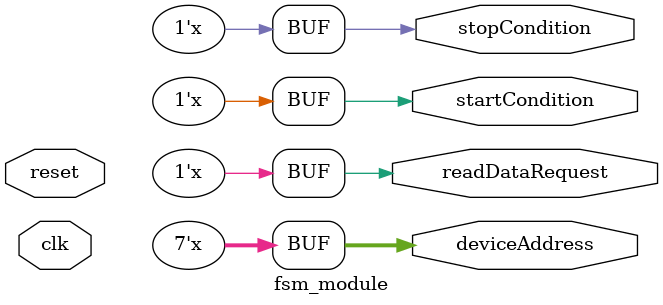
<source format=v>
module fsm_module (
  input clk,
  input reset,
  output reg startCondition,
  output reg stopCondition,
  output reg [6:0] deviceAddress,
  output reg readDataRequest
);

  parameter IDLE = 3'b000;
  parameter START = 3'b001;
  parameter SEND_ADDRESS = 3'b010;
  parameter READ_DATA = 3'b011;

  reg [2:0] current_state;
  reg [2:0] next_state;

  always @(posedge clk or posedge reset) begin
    if (reset) begin
      current_state <= IDLE;
    end else begin
      current_state <= next_state;
    end
  end

  always @(current_state) begin
    case (current_state)
      IDLE:
        begin
          startCondition <= 0;
          stopCondition <= 0;
          deviceAddress <= 7'b0000000;
          readDataRequest <= 0;
          next_state = START;
        end
      START:
        begin
          startCondition <= 1;
          next_state = SEND_ADDRESS;
        end
      SEND_ADDRESS:
        begin
          deviceAddress <= deviceAddress + 1;
          next_state = READ_DATA;
        end
      READ_DATA:
        begin
          readDataRequest <= 1;
          next_state = IDLE;
        end
    endcase
    //Mitigated dead code
    startCondition <= startCondition;
    stopCondition <= stopCondition;
    deviceAddress <= deviceAddress;
    readDataRequest <= readDataRequest;
    next_state <= next_state;
  end
endmodule
</source>
